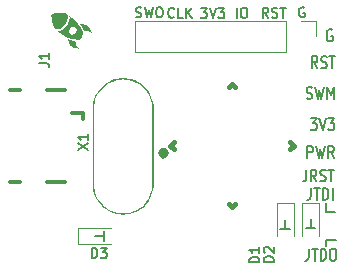
<source format=gto>
%TF.GenerationSoftware,KiCad,Pcbnew,4.0.7*%
%TF.CreationDate,2017-12-01T19:39:18+08:00*%
%TF.ProjectId,ST-Link V2.1,53542D4C696E6B2056322E312E6B6963,rev?*%
%TF.FileFunction,Legend,Top*%
%FSLAX46Y46*%
G04 Gerber Fmt 4.6, Leading zero omitted, Abs format (unit mm)*
G04 Created by KiCad (PCBNEW 4.0.7) date 12/01/17 19:39:18*
%MOMM*%
%LPD*%
G01*
G04 APERTURE LIST*
%ADD10C,0.100000*%
%ADD11C,0.200000*%
%ADD12C,0.120000*%
%ADD13C,0.150000*%
%ADD14C,0.300000*%
%ADD15C,0.400000*%
%ADD16C,0.750000*%
G04 APERTURE END LIST*
D10*
D11*
X27000000Y-17850000D02*
X27700000Y-17850000D01*
X27000000Y-17150000D02*
X27000000Y-17850000D01*
X27000000Y-20250000D02*
X27800000Y-20250000D01*
X27000000Y-20750000D02*
X27000000Y-20250000D01*
X14111905Y-1378571D02*
X14072857Y-1419048D01*
X13955714Y-1459524D01*
X13877619Y-1459524D01*
X13760476Y-1419048D01*
X13682381Y-1338095D01*
X13643333Y-1257143D01*
X13604285Y-1095238D01*
X13604285Y-973810D01*
X13643333Y-811905D01*
X13682381Y-730952D01*
X13760476Y-650000D01*
X13877619Y-609524D01*
X13955714Y-609524D01*
X14072857Y-650000D01*
X14111905Y-690476D01*
X14853809Y-1459524D02*
X14463333Y-1459524D01*
X14463333Y-609524D01*
X15127143Y-1459524D02*
X15127143Y-609524D01*
X15595715Y-1459524D02*
X15244286Y-973810D01*
X15595715Y-609524D02*
X15127143Y-1095238D01*
X10867619Y-1369048D02*
X10984762Y-1409524D01*
X11180000Y-1409524D01*
X11258096Y-1369048D01*
X11297143Y-1328571D01*
X11336191Y-1247619D01*
X11336191Y-1166667D01*
X11297143Y-1085714D01*
X11258096Y-1045238D01*
X11180000Y-1004762D01*
X11023810Y-964286D01*
X10945715Y-923810D01*
X10906667Y-883333D01*
X10867619Y-802381D01*
X10867619Y-721429D01*
X10906667Y-640476D01*
X10945715Y-600000D01*
X11023810Y-559524D01*
X11219048Y-559524D01*
X11336191Y-600000D01*
X11609524Y-559524D02*
X11804762Y-1409524D01*
X11960952Y-802381D01*
X12117143Y-1409524D01*
X12312381Y-559524D01*
X12780953Y-559524D02*
X12937143Y-559524D01*
X13015238Y-600000D01*
X13093334Y-680952D01*
X13132381Y-842857D01*
X13132381Y-1126190D01*
X13093334Y-1288095D01*
X13015238Y-1369048D01*
X12937143Y-1409524D01*
X12780953Y-1409524D01*
X12702857Y-1369048D01*
X12624762Y-1288095D01*
X12585714Y-1126190D01*
X12585714Y-842857D01*
X12624762Y-680952D01*
X12702857Y-600000D01*
X12780953Y-559524D01*
X16384763Y-634524D02*
X16892382Y-634524D01*
X16619049Y-958333D01*
X16736191Y-958333D01*
X16814287Y-998810D01*
X16853334Y-1039286D01*
X16892382Y-1120238D01*
X16892382Y-1322619D01*
X16853334Y-1403571D01*
X16814287Y-1444048D01*
X16736191Y-1484524D01*
X16501906Y-1484524D01*
X16423810Y-1444048D01*
X16384763Y-1403571D01*
X17126667Y-634524D02*
X17400001Y-1484524D01*
X17673334Y-634524D01*
X17868572Y-634524D02*
X18376191Y-634524D01*
X18102858Y-958333D01*
X18220000Y-958333D01*
X18298096Y-998810D01*
X18337143Y-1039286D01*
X18376191Y-1120238D01*
X18376191Y-1322619D01*
X18337143Y-1403571D01*
X18298096Y-1444048D01*
X18220000Y-1484524D01*
X17985715Y-1484524D01*
X17907619Y-1444048D01*
X17868572Y-1403571D01*
X19420476Y-1459524D02*
X19420476Y-609524D01*
X19967143Y-609524D02*
X20123333Y-609524D01*
X20201428Y-650000D01*
X20279524Y-730952D01*
X20318571Y-892857D01*
X20318571Y-1176190D01*
X20279524Y-1338095D01*
X20201428Y-1419048D01*
X20123333Y-1459524D01*
X19967143Y-1459524D01*
X19889047Y-1419048D01*
X19810952Y-1338095D01*
X19771904Y-1176190D01*
X19771904Y-892857D01*
X19810952Y-730952D01*
X19889047Y-650000D01*
X19967143Y-609524D01*
X22075953Y-1434524D02*
X21802619Y-1029762D01*
X21607381Y-1434524D02*
X21607381Y-584524D01*
X21919762Y-584524D01*
X21997857Y-625000D01*
X22036905Y-665476D01*
X22075953Y-746429D01*
X22075953Y-867857D01*
X22036905Y-948810D01*
X21997857Y-989286D01*
X21919762Y-1029762D01*
X21607381Y-1029762D01*
X22388333Y-1394048D02*
X22505476Y-1434524D01*
X22700714Y-1434524D01*
X22778810Y-1394048D01*
X22817857Y-1353571D01*
X22856905Y-1272619D01*
X22856905Y-1191667D01*
X22817857Y-1110714D01*
X22778810Y-1070238D01*
X22700714Y-1029762D01*
X22544524Y-989286D01*
X22466429Y-948810D01*
X22427381Y-908333D01*
X22388333Y-827381D01*
X22388333Y-746429D01*
X22427381Y-665476D01*
X22466429Y-625000D01*
X22544524Y-584524D01*
X22739762Y-584524D01*
X22856905Y-625000D01*
X23091190Y-584524D02*
X23559762Y-584524D01*
X23325476Y-1434524D02*
X23325476Y-584524D01*
X25139762Y-575000D02*
X25061667Y-534524D01*
X24944524Y-534524D01*
X24827381Y-575000D01*
X24749286Y-655952D01*
X24710238Y-736905D01*
X24671190Y-898810D01*
X24671190Y-1020238D01*
X24710238Y-1182143D01*
X24749286Y-1263095D01*
X24827381Y-1344048D01*
X24944524Y-1384524D01*
X25022619Y-1384524D01*
X25139762Y-1344048D01*
X25178810Y-1303571D01*
X25178810Y-1020238D01*
X25022619Y-1020238D01*
X27489762Y-2475000D02*
X27411667Y-2427381D01*
X27294524Y-2427381D01*
X27177381Y-2475000D01*
X27099286Y-2570238D01*
X27060238Y-2665476D01*
X27021190Y-2855952D01*
X27021190Y-2998810D01*
X27060238Y-3189286D01*
X27099286Y-3284524D01*
X27177381Y-3379762D01*
X27294524Y-3427381D01*
X27372619Y-3427381D01*
X27489762Y-3379762D01*
X27528810Y-3332143D01*
X27528810Y-2998810D01*
X27372619Y-2998810D01*
X25515238Y-21002381D02*
X25515238Y-21716667D01*
X25476190Y-21859524D01*
X25398095Y-21954762D01*
X25280952Y-22002381D01*
X25202857Y-22002381D01*
X25788571Y-21002381D02*
X26257143Y-21002381D01*
X26022857Y-22002381D02*
X26022857Y-21002381D01*
X26530476Y-22002381D02*
X26530476Y-21002381D01*
X26725714Y-21002381D01*
X26842857Y-21050000D01*
X26920952Y-21145238D01*
X26960000Y-21240476D01*
X26999048Y-21430952D01*
X26999048Y-21573810D01*
X26960000Y-21764286D01*
X26920952Y-21859524D01*
X26842857Y-21954762D01*
X26725714Y-22002381D01*
X26530476Y-22002381D01*
X27506667Y-21002381D02*
X27662857Y-21002381D01*
X27740952Y-21050000D01*
X27819048Y-21145238D01*
X27858095Y-21335714D01*
X27858095Y-21669048D01*
X27819048Y-21859524D01*
X27740952Y-21954762D01*
X27662857Y-22002381D01*
X27506667Y-22002381D01*
X27428571Y-21954762D01*
X27350476Y-21859524D01*
X27311428Y-21669048D01*
X27311428Y-21335714D01*
X27350476Y-21145238D01*
X27428571Y-21050000D01*
X27506667Y-21002381D01*
X25699524Y-15852381D02*
X25699524Y-16566667D01*
X25660476Y-16709524D01*
X25582381Y-16804762D01*
X25465238Y-16852381D01*
X25387143Y-16852381D01*
X25972857Y-15852381D02*
X26441429Y-15852381D01*
X26207143Y-16852381D02*
X26207143Y-15852381D01*
X26714762Y-16852381D02*
X26714762Y-15852381D01*
X26910000Y-15852381D01*
X27027143Y-15900000D01*
X27105238Y-15995238D01*
X27144286Y-16090476D01*
X27183334Y-16280952D01*
X27183334Y-16423810D01*
X27144286Y-16614286D01*
X27105238Y-16709524D01*
X27027143Y-16804762D01*
X26910000Y-16852381D01*
X26714762Y-16852381D01*
X27534762Y-16852381D02*
X27534762Y-15852381D01*
X25304286Y-14302381D02*
X25304286Y-15016667D01*
X25265238Y-15159524D01*
X25187143Y-15254762D01*
X25070000Y-15302381D01*
X24991905Y-15302381D01*
X26163334Y-15302381D02*
X25890000Y-14826190D01*
X25694762Y-15302381D02*
X25694762Y-14302381D01*
X26007143Y-14302381D01*
X26085238Y-14350000D01*
X26124286Y-14397619D01*
X26163334Y-14492857D01*
X26163334Y-14635714D01*
X26124286Y-14730952D01*
X26085238Y-14778571D01*
X26007143Y-14826190D01*
X25694762Y-14826190D01*
X26475714Y-15254762D02*
X26592857Y-15302381D01*
X26788095Y-15302381D01*
X26866191Y-15254762D01*
X26905238Y-15207143D01*
X26944286Y-15111905D01*
X26944286Y-15016667D01*
X26905238Y-14921429D01*
X26866191Y-14873810D01*
X26788095Y-14826190D01*
X26631905Y-14778571D01*
X26553810Y-14730952D01*
X26514762Y-14683333D01*
X26475714Y-14588095D01*
X26475714Y-14492857D01*
X26514762Y-14397619D01*
X26553810Y-14350000D01*
X26631905Y-14302381D01*
X26827143Y-14302381D01*
X26944286Y-14350000D01*
X27178571Y-14302381D02*
X27647143Y-14302381D01*
X27412857Y-15302381D02*
X27412857Y-14302381D01*
X25406667Y-13302381D02*
X25406667Y-12302381D01*
X25719048Y-12302381D01*
X25797143Y-12350000D01*
X25836191Y-12397619D01*
X25875239Y-12492857D01*
X25875239Y-12635714D01*
X25836191Y-12730952D01*
X25797143Y-12778571D01*
X25719048Y-12826190D01*
X25406667Y-12826190D01*
X26148572Y-12302381D02*
X26343810Y-13302381D01*
X26500000Y-12588095D01*
X26656191Y-13302381D01*
X26851429Y-12302381D01*
X27632382Y-13302381D02*
X27359048Y-12826190D01*
X27163810Y-13302381D02*
X27163810Y-12302381D01*
X27476191Y-12302381D01*
X27554286Y-12350000D01*
X27593334Y-12397619D01*
X27632382Y-12492857D01*
X27632382Y-12635714D01*
X27593334Y-12730952D01*
X27554286Y-12778571D01*
X27476191Y-12826190D01*
X27163810Y-12826190D01*
X25674763Y-9952381D02*
X26182382Y-9952381D01*
X25909049Y-10333333D01*
X26026191Y-10333333D01*
X26104287Y-10380952D01*
X26143334Y-10428571D01*
X26182382Y-10523810D01*
X26182382Y-10761905D01*
X26143334Y-10857143D01*
X26104287Y-10904762D01*
X26026191Y-10952381D01*
X25791906Y-10952381D01*
X25713810Y-10904762D01*
X25674763Y-10857143D01*
X26416667Y-9952381D02*
X26690001Y-10952381D01*
X26963334Y-9952381D01*
X27158572Y-9952381D02*
X27666191Y-9952381D01*
X27392858Y-10333333D01*
X27510000Y-10333333D01*
X27588096Y-10380952D01*
X27627143Y-10428571D01*
X27666191Y-10523810D01*
X27666191Y-10761905D01*
X27627143Y-10857143D01*
X27588096Y-10904762D01*
X27510000Y-10952381D01*
X27275715Y-10952381D01*
X27197619Y-10904762D01*
X27158572Y-10857143D01*
X25328571Y-8254762D02*
X25445714Y-8302381D01*
X25640952Y-8302381D01*
X25719048Y-8254762D01*
X25758095Y-8207143D01*
X25797143Y-8111905D01*
X25797143Y-8016667D01*
X25758095Y-7921429D01*
X25719048Y-7873810D01*
X25640952Y-7826190D01*
X25484762Y-7778571D01*
X25406667Y-7730952D01*
X25367619Y-7683333D01*
X25328571Y-7588095D01*
X25328571Y-7492857D01*
X25367619Y-7397619D01*
X25406667Y-7350000D01*
X25484762Y-7302381D01*
X25680000Y-7302381D01*
X25797143Y-7350000D01*
X26070476Y-7302381D02*
X26265714Y-8302381D01*
X26421904Y-7588095D01*
X26578095Y-8302381D01*
X26773333Y-7302381D01*
X27085714Y-8302381D02*
X27085714Y-7302381D01*
X27359047Y-8016667D01*
X27632381Y-7302381D01*
X27632381Y-8302381D01*
X26250953Y-5702381D02*
X25977619Y-5226190D01*
X25782381Y-5702381D02*
X25782381Y-4702381D01*
X26094762Y-4702381D01*
X26172857Y-4750000D01*
X26211905Y-4797619D01*
X26250953Y-4892857D01*
X26250953Y-5035714D01*
X26211905Y-5130952D01*
X26172857Y-5178571D01*
X26094762Y-5226190D01*
X25782381Y-5226190D01*
X26563333Y-5654762D02*
X26680476Y-5702381D01*
X26875714Y-5702381D01*
X26953810Y-5654762D01*
X26992857Y-5607143D01*
X27031905Y-5511905D01*
X27031905Y-5416667D01*
X26992857Y-5321429D01*
X26953810Y-5273810D01*
X26875714Y-5226190D01*
X26719524Y-5178571D01*
X26641429Y-5130952D01*
X26602381Y-5083333D01*
X26563333Y-4988095D01*
X26563333Y-4892857D01*
X26602381Y-4797619D01*
X26641429Y-4750000D01*
X26719524Y-4702381D01*
X26914762Y-4702381D01*
X27031905Y-4750000D01*
X27266190Y-4702381D02*
X27734762Y-4702381D01*
X27500476Y-5702381D02*
X27500476Y-4702381D01*
D12*
X23565400Y-1697600D02*
X10805400Y-1697600D01*
X10805400Y-1697600D02*
X10805400Y-4357600D01*
X10805400Y-4357600D02*
X23565400Y-4357600D01*
X23565400Y-4357600D02*
X23565400Y-1697600D01*
X24835400Y-1697600D02*
X26165400Y-1697600D01*
X26165400Y-1697600D02*
X26165400Y-3027600D01*
D13*
X7392000Y-19918600D02*
X8162000Y-19918600D01*
X8162000Y-19518600D02*
X8162000Y-20348600D01*
D12*
X5992000Y-19218600D02*
X5992000Y-20618600D01*
X5992000Y-20618600D02*
X8792000Y-20618600D01*
X5992000Y-19218600D02*
X8792000Y-19218600D01*
D13*
X25680912Y-18506150D02*
X25680912Y-19276150D01*
X26080912Y-19276150D02*
X25250912Y-19276150D01*
D12*
X26380912Y-17106150D02*
X24980912Y-17106150D01*
X24980912Y-17106150D02*
X24980912Y-19906150D01*
X26380912Y-17106150D02*
X26380912Y-19906150D01*
D13*
X23523600Y-18527000D02*
X23523600Y-19297000D01*
X23923600Y-19297000D02*
X23093600Y-19297000D01*
D12*
X24223600Y-17127000D02*
X22823600Y-17127000D01*
X22823600Y-17127000D02*
X22823600Y-19927000D01*
X24223600Y-17127000D02*
X24223600Y-19927000D01*
D14*
X3370000Y-7525000D02*
X4859408Y-7529208D01*
X6420000Y-9475000D02*
X6420000Y-10025000D01*
X6420000Y-9475000D02*
X5495000Y-9475000D01*
X1070000Y-7525000D02*
X220000Y-7525000D01*
X1070000Y-15325000D02*
X220000Y-15325000D01*
X4859408Y-15329208D02*
X3370000Y-15325000D01*
D10*
G36*
X4088820Y-2398645D02*
X3956453Y-2192297D01*
X3853314Y-1974801D01*
X3779397Y-1738799D01*
X3734700Y-1476933D01*
X3719219Y-1181845D01*
X3792851Y-1093483D01*
X4105550Y-1022460D01*
X4397713Y-1004091D01*
X4659600Y-1024585D01*
X4881470Y-1070154D01*
X5053583Y-1127008D01*
X5117241Y-1301737D01*
X5116704Y-1498942D01*
X5061180Y-1705407D01*
X4959874Y-1907918D01*
X4821992Y-2093261D01*
X4656739Y-2248219D01*
X4473323Y-2359580D01*
X4280948Y-2414128D01*
X4088821Y-2398648D01*
X4088820Y-2398645D01*
X4088820Y-2398645D01*
G37*
G36*
X4234647Y-2561232D02*
X4413301Y-2544534D01*
X4605094Y-2472244D01*
X4795846Y-2350832D01*
X4971378Y-2186770D01*
X5117513Y-1986531D01*
X5220070Y-1756585D01*
X5264871Y-1503405D01*
X5237737Y-1233461D01*
X5472999Y-1424096D01*
X5682527Y-1624650D01*
X5863098Y-1824195D01*
X6011489Y-2011800D01*
X6124477Y-2176536D01*
X6066771Y-2276941D01*
X5939413Y-2500849D01*
X5811048Y-2732296D01*
X5872110Y-2510931D01*
X5826450Y-2348733D01*
X5708512Y-2250191D01*
X5552740Y-2219794D01*
X5393578Y-2262031D01*
X5265470Y-2381390D01*
X5207787Y-2568554D01*
X5241388Y-2722908D01*
X5342305Y-2830369D01*
X5486576Y-2876854D01*
X5650233Y-2848279D01*
X5809313Y-2730559D01*
X5725659Y-2842074D01*
X5536738Y-3076874D01*
X5411163Y-3200540D01*
X5192032Y-3134258D01*
X4964210Y-3044713D01*
X4728303Y-2924378D01*
X4484913Y-2765726D01*
X4234647Y-2561232D01*
X4234647Y-2561232D01*
G37*
G36*
X5103514Y-3273016D02*
X5795662Y-3459552D01*
X5793728Y-3685049D01*
X5819609Y-3822212D01*
X5943075Y-3941995D01*
X6100009Y-4068251D01*
X5855857Y-4043217D01*
X5604953Y-3966581D01*
X5402952Y-3842444D01*
X5309149Y-3715769D01*
X5209639Y-3529136D01*
X5103512Y-3273016D01*
X5103514Y-3273016D01*
X5103514Y-3273016D01*
G37*
G36*
X6515183Y-2573368D02*
X6405173Y-2364890D01*
X6286851Y-2158074D01*
X6147249Y-1955515D01*
X6419608Y-2008659D01*
X6609907Y-2052687D01*
X6778986Y-2094359D01*
X7024354Y-2413930D01*
X7107526Y-2594477D01*
X7153863Y-2743450D01*
X7005933Y-2606657D01*
X6872706Y-2521301D01*
X6716322Y-2528289D01*
X6515183Y-2573365D01*
X6515183Y-2573368D01*
X6515183Y-2573368D01*
G37*
G36*
X5401492Y-3197985D02*
X5556954Y-3237535D01*
X5758393Y-3281691D01*
X5977043Y-3327260D01*
X6192768Y-3207718D01*
X6331367Y-3036715D01*
X6397681Y-2846254D01*
X6396549Y-2668335D01*
X6116667Y-2160915D01*
X5993888Y-2382846D01*
X5872247Y-2596997D01*
X5740477Y-2803889D01*
X5587314Y-3004044D01*
X5401492Y-3197985D01*
X5401492Y-3197985D01*
G37*
D15*
X18726280Y-17210383D02*
X19016194Y-17500297D01*
X19299037Y-17217454D02*
X19016194Y-17500297D01*
X14066447Y-12550550D02*
X13783604Y-12267707D01*
X13783604Y-12267707D02*
X14066447Y-11984864D01*
X23965941Y-12550550D02*
X24248784Y-12267707D01*
X23965941Y-11984864D02*
X24248784Y-12267707D01*
X19016194Y-7035117D02*
X18733351Y-7317960D01*
X19016194Y-7035117D02*
X19299037Y-7317960D01*
D16*
X13288739Y-12906084D02*
G75*
G03X13288739Y-12906084I-72801J0D01*
G01*
D10*
G36*
X7216023Y-15518986D02*
X7442983Y-16235000D01*
X7384142Y-16001483D01*
X7348247Y-15762271D01*
X7335957Y-15518986D01*
X7335957Y-9121991D01*
X7348247Y-8878383D01*
X7384142Y-8638928D01*
X7442983Y-8405237D01*
X7524109Y-8178920D01*
X7626861Y-7961588D01*
X7750577Y-7754851D01*
X7894598Y-7560321D01*
X8058264Y-7379608D01*
X8238976Y-7215944D01*
X8433503Y-7071932D01*
X8640228Y-6948243D01*
X8857539Y-6845543D01*
X9083822Y-6764501D01*
X9317461Y-6705787D01*
X9556843Y-6670068D01*
X9800355Y-6658013D01*
X10043866Y-6670068D01*
X10283248Y-6705787D01*
X10516887Y-6764501D01*
X10743170Y-6845543D01*
X10960481Y-6948243D01*
X11167206Y-7071932D01*
X11361733Y-7215944D01*
X11542445Y-7379608D01*
X11706108Y-7560321D01*
X11850107Y-7754851D01*
X11973762Y-7961588D01*
X12076394Y-8178920D01*
X12157323Y-8405237D01*
X12215869Y-8638928D01*
X12251352Y-8878383D01*
X12263093Y-9121991D01*
X12263093Y-15518986D01*
X12251352Y-15762271D01*
X12215869Y-16001483D01*
X12157323Y-16235000D01*
X12076394Y-16461200D01*
X11973762Y-16678461D01*
X11850107Y-16885160D01*
X11706108Y-17079676D01*
X11542445Y-17260387D01*
X11361733Y-17424052D01*
X11167206Y-17568064D01*
X10960481Y-17691754D01*
X10743170Y-17794455D01*
X10516887Y-17875497D01*
X10283248Y-17934213D01*
X10043866Y-17969932D01*
X9800355Y-17981987D01*
X9556843Y-17969932D01*
X9317461Y-17934213D01*
X9083822Y-17875497D01*
X8857539Y-17794455D01*
X8640228Y-17691754D01*
X8433503Y-17568064D01*
X8238976Y-17424052D01*
X8058264Y-17260387D01*
X7894598Y-17079676D01*
X7750577Y-16885160D01*
X7626861Y-16678461D01*
X7524109Y-16461200D01*
X7442983Y-16235000D01*
X7216023Y-15518986D01*
X7228901Y-15774113D01*
X7266538Y-16024976D01*
X7328241Y-16269871D01*
X7413316Y-16507094D01*
X7521069Y-16734942D01*
X7650806Y-16951711D01*
X7801834Y-17155698D01*
X7973457Y-17345199D01*
X8162959Y-17516821D01*
X8366955Y-17667839D01*
X8583750Y-17797549D01*
X8811647Y-17905251D01*
X9048952Y-17990242D01*
X9293968Y-18051819D01*
X9545001Y-18089280D01*
X9800355Y-18101923D01*
X10055708Y-18089280D01*
X10306741Y-18051819D01*
X10551757Y-17990242D01*
X10789062Y-17905251D01*
X11016959Y-17797549D01*
X11233754Y-17667839D01*
X11437750Y-17516821D01*
X11627252Y-17345199D01*
X11798872Y-17155698D01*
X11949877Y-16951711D01*
X12079552Y-16734942D01*
X12187185Y-16507094D01*
X12272063Y-16269871D01*
X12333471Y-16024976D01*
X12370696Y-15774113D01*
X12383025Y-15518986D01*
X12383025Y-9121991D01*
X12370696Y-8866541D01*
X12333471Y-8615436D01*
X12272063Y-8370367D01*
X12187185Y-8133028D01*
X12079552Y-7905109D01*
X11949877Y-7688304D01*
X11798872Y-7484304D01*
X11627252Y-7294801D01*
X11437750Y-7123179D01*
X11233754Y-6972162D01*
X11016959Y-6842451D01*
X10789062Y-6734749D01*
X10551757Y-6649758D01*
X10306741Y-6588181D01*
X10055708Y-6550720D01*
X9800355Y-6538077D01*
X9545001Y-6550720D01*
X9293968Y-6588181D01*
X9048952Y-6649758D01*
X8811647Y-6734749D01*
X8583750Y-6842451D01*
X8366955Y-6972162D01*
X8162959Y-7123179D01*
X7973457Y-7294801D01*
X7801834Y-7484304D01*
X7650806Y-7688304D01*
X7521069Y-7905109D01*
X7413316Y-8133028D01*
X7328241Y-8370367D01*
X7266538Y-8615436D01*
X7228901Y-8866541D01*
X7216023Y-9121991D01*
X7216023Y-15518986D01*
X7216023Y-15518986D01*
G37*
G36*
X13661411Y-12910000D02*
X13619055Y-13100288D01*
X13507146Y-13248271D01*
X13366178Y-13331725D01*
X13210000Y-13359345D01*
X13057416Y-13333027D01*
X12912888Y-13248300D01*
X12801549Y-13101567D01*
X12758589Y-12910000D01*
X12793625Y-12736128D01*
X12891372Y-12591701D01*
X13027755Y-12498779D01*
X13210000Y-12460655D01*
X13383769Y-12495155D01*
X13524265Y-12587431D01*
X13617729Y-12716918D01*
X13661411Y-12910000D01*
X13661411Y-12910000D01*
G37*
D11*
X5964524Y-12618095D02*
X6814524Y-12051429D01*
X5964524Y-12051429D02*
X6814524Y-12618095D01*
X6814524Y-11282381D02*
X6814524Y-11768095D01*
X6814524Y-11525238D02*
X5964524Y-11525238D01*
X6085952Y-11606190D01*
X6166905Y-11687143D01*
X6207381Y-11768095D01*
X7122619Y-21784524D02*
X7122619Y-20934524D01*
X7325000Y-20934524D01*
X7446428Y-20975000D01*
X7527381Y-21055952D01*
X7567857Y-21136905D01*
X7608333Y-21298810D01*
X7608333Y-21420238D01*
X7567857Y-21582143D01*
X7527381Y-21663095D01*
X7446428Y-21744048D01*
X7325000Y-21784524D01*
X7122619Y-21784524D01*
X7891667Y-20934524D02*
X8417857Y-20934524D01*
X8134524Y-21258333D01*
X8255952Y-21258333D01*
X8336905Y-21298810D01*
X8377381Y-21339286D01*
X8417857Y-21420238D01*
X8417857Y-21622619D01*
X8377381Y-21703571D01*
X8336905Y-21744048D01*
X8255952Y-21784524D01*
X8013095Y-21784524D01*
X7932143Y-21744048D01*
X7891667Y-21703571D01*
X22559524Y-22127381D02*
X21709524Y-22127381D01*
X21709524Y-21925000D01*
X21750000Y-21803572D01*
X21830952Y-21722619D01*
X21911905Y-21682143D01*
X22073810Y-21641667D01*
X22195238Y-21641667D01*
X22357143Y-21682143D01*
X22438095Y-21722619D01*
X22519048Y-21803572D01*
X22559524Y-21925000D01*
X22559524Y-22127381D01*
X21790476Y-21317857D02*
X21750000Y-21277381D01*
X21709524Y-21196429D01*
X21709524Y-20994048D01*
X21750000Y-20913095D01*
X21790476Y-20872619D01*
X21871429Y-20832143D01*
X21952381Y-20832143D01*
X22073810Y-20872619D01*
X22559524Y-21358333D01*
X22559524Y-20832143D01*
X21334524Y-22152381D02*
X20484524Y-22152381D01*
X20484524Y-21950000D01*
X20525000Y-21828572D01*
X20605952Y-21747619D01*
X20686905Y-21707143D01*
X20848810Y-21666667D01*
X20970238Y-21666667D01*
X21132143Y-21707143D01*
X21213095Y-21747619D01*
X21294048Y-21828572D01*
X21334524Y-21950000D01*
X21334524Y-22152381D01*
X21334524Y-20857143D02*
X21334524Y-21342857D01*
X21334524Y-21100000D02*
X20484524Y-21100000D01*
X20605952Y-21180952D01*
X20686905Y-21261905D01*
X20727381Y-21342857D01*
X2674524Y-5283333D02*
X3281667Y-5283333D01*
X3403095Y-5323809D01*
X3484048Y-5404761D01*
X3524524Y-5526190D01*
X3524524Y-5607142D01*
X3524524Y-4433333D02*
X3524524Y-4919047D01*
X3524524Y-4676190D02*
X2674524Y-4676190D01*
X2795952Y-4757142D01*
X2876905Y-4838095D01*
X2917381Y-4919047D01*
M02*

</source>
